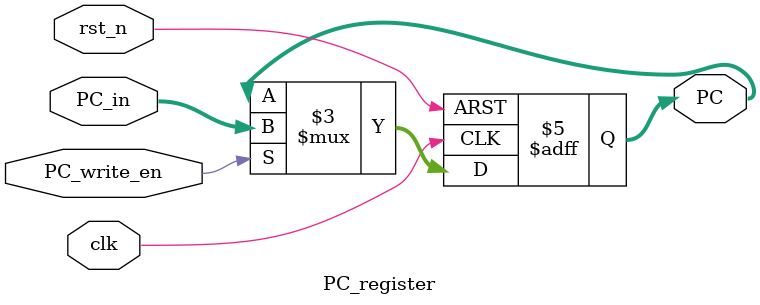
<source format=sv>
`timescale 1ns / 1ps


module PC_register(
input wire clk,
input wire rst_n,
input wire PC_write_en,
input wire [31:0] PC_in,
output reg [31:0] PC
    );
    
always @(posedge clk or negedge rst_n) begin
    if (~rst_n) begin
        PC <= 32'h0000;
    end
    else if (PC_write_en) begin
        PC <= PC_in;
    end
end

endmodule

</source>
